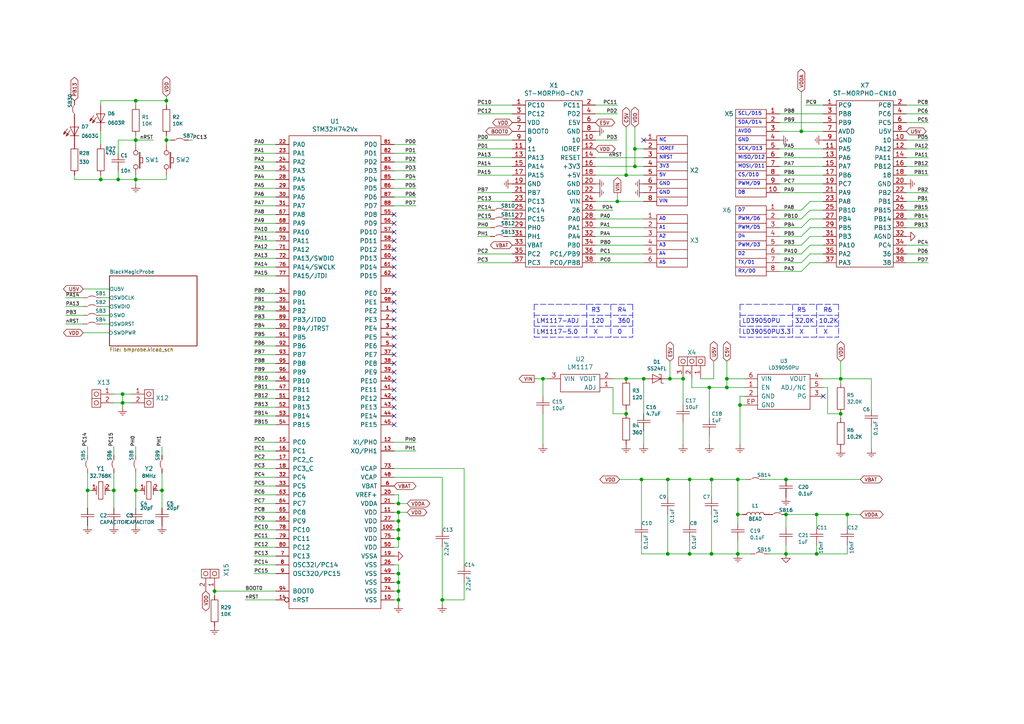
<source format=kicad_sch>
(kicad_sch (version 20231120) (generator "eeschema") (generator_version "8.0")
  (paper "A4")
  (title_block (title "Nuco-V. STM32-NUCLEO64 compatible board.") (rev "0.15"))
  (junction (at 115.57 148.59))
  (junction (at 186.055 139.065))
  (junction (at 227.965 160.655))
  (junction (at 181.61 109.855))
  (junction (at 200.025 139.065))
  (junction (at 210.82 112.395))
  (junction (at 213.995 149.225))
  (junction (at 227.965 139.065))
  (junction (at 214.63 117.475))
  (junction (at 48.26 29.21))
  (junction (at 115.57 173.99))
  (junction (at 236.855 160.655))
  (junction (at 232.41 38.1))
  (junction (at 39.37 52.07))
  (junction (at 35.56 116.84))
  (junction (at 194.31 109.855))
  (junction (at 200.025 160.655))
  (junction (at 39.37 40.64))
  (junction (at 46.99 142.24))
  (junction (at 181.61 120.015))
  (junction (at 39.37 142.24))
  (junction (at 227.965 149.225))
  (junction (at 115.57 168.91))
  (junction (at 115.57 151.13))
  (junction (at 115.57 153.67))
  (junction (at 213.995 139.065))
  (junction (at 48.26 40.64))
  (junction (at 33.02 142.24))
  (junction (at 245.745 149.225))
  (junction (at 186.69 109.855))
  (junction (at 115.57 146.05))
  (junction (at 115.57 156.21))
  (junction (at 205.74 112.395))
  (junction (at 157.48 109.855))
  (junction (at 34.29 52.07))
  (junction (at 115.57 166.37))
  (junction (at 62.23 171.45))
  (junction (at 128.27 173.99))
  (junction (at 236.855 149.225))
  (junction (at 193.675 160.655))
  (junction (at 25.4 142.24))
  (junction (at 181.61 50.8))
  (junction (at 198.12 109.855))
  (junction (at 39.37 29.21))
  (junction (at 115.57 171.45))
  (junction (at 243.84 109.855))
  (junction (at 35.56 114.3))
  (junction (at 184.15 43.18))
  (junction (at 210.82 109.855))
  (junction (at 213.995 160.655))
  (junction (at 206.375 139.065))
  (junction (at 193.675 139.065))
  (junction (at 29.21 52.07))
  (junction (at 243.84 120.015))
  (junction (at 179.07 58.42))
  (junction (at 206.375 160.655))
  (junction (at 184.15 48.26))
  (no_connect (at 114.3 64.77))
  (no_connect (at 114.3 62.23))
  (no_connect (at 114.3 118.11))
  (no_connect (at 114.3 69.85))
  (no_connect (at 186.69 40.64))
  (no_connect (at 114.3 105.41))
  (no_connect (at 238.76 114.935))
  (no_connect (at 114.3 123.19))
  (no_connect (at 114.3 74.93))
  (no_connect (at 114.3 67.31))
  (no_connect (at 114.3 113.03))
  (no_connect (at 114.3 102.87))
  (no_connect (at 114.3 80.01))
  (no_connect (at 114.3 90.17))
  (no_connect (at 114.3 100.33))
  (no_connect (at 114.3 107.95))
  (no_connect (at 114.3 115.57))
  (no_connect (at 114.3 110.49))
  (no_connect (at 114.3 97.79))
  (no_connect (at 114.3 92.71))
  (no_connect (at 114.3 72.39))
  (no_connect (at 114.3 77.47))
  (no_connect (at 114.3 120.65))
  (no_connect (at 114.3 95.25))
  (no_connect (at 114.3 85.09))
  (no_connect (at 114.3 87.63))
  (wire (pts (xy 186.055 160.655) (xy 186.055 156.845)))
  (wire (pts (xy 39.37 147.32) (xy 39.37 142.24)))
  (wire (pts (xy 234.95 73.66) (xy 232.41 76.2)))
  (wire (pts (xy 114.3 171.45) (xy 115.57 171.45)))
  (wire (pts (xy 177.8 112.395) (xy 177.8 120.015)))
  (wire (pts (xy 29.21 50.8) (xy 29.21 52.07)))
  (wire (pts (xy 114.3 44.45) (xy 120.65 44.45)))
  (polyline (pts (xy 236.855 88.265) (xy 236.855 97.79)) (stroke (width 0) (type dash)))
  (wire (pts (xy 200.66 109.855) (xy 200.66 112.395)))
  (wire (pts (xy 238.76 71.12) (xy 234.95 71.12)))
  (wire (pts (xy 80.01 49.53) (xy 73.66 49.53)))
  (wire (pts (xy 48.26 52.07) (xy 48.26 50.8)))
  (wire (pts (xy 80.01 146.05) (xy 73.66 146.05)))
  (wire (pts (xy 24.13 91.44) (xy 19.05 91.44)))
  (wire (pts (xy 142.24 60.96) (xy 138.43 60.96)))
  (wire (pts (xy 147.32 68.58) (xy 148.59 68.58)))
  (wire (pts (xy 262.89 73.66) (xy 269.24 73.66)))
  (wire (pts (xy 234.95 76.2) (xy 232.41 78.74)))
  (wire (pts (xy 46.99 132.08) (xy 46.99 129.54)))
  (wire (pts (xy 213.995 139.065) (xy 213.995 149.225)))
  (wire (pts (xy 236.855 160.655) (xy 245.745 160.655)))
  (wire (pts (xy 80.01 87.63) (xy 73.66 87.63)))
  (wire (pts (xy 193.675 149.225) (xy 193.675 160.655)))
  (wire (pts (xy 213.995 160.655) (xy 206.375 160.655)))
  (wire (pts (xy 147.32 60.96) (xy 148.59 60.96)))
  (wire (pts (xy 186.69 125.095) (xy 186.69 128.905)))
  (wire (pts (xy 240.03 112.395) (xy 240.03 120.015)))
  (wire (pts (xy 226.06 33.02) (xy 238.76 33.02)))
  (polyline (pts (xy 177.165 88.265) (xy 177.165 97.79)) (stroke (width 0) (type dash)))
  (wire (pts (xy 210.82 109.855) (xy 210.82 112.395)))
  (wire (pts (xy 186.055 139.065) (xy 193.675 139.065)))
  (wire (pts (xy 238.76 73.66) (xy 234.95 73.66)))
  (polyline (pts (xy 243.205 88.265) (xy 243.205 97.79)) (stroke (width 0) (type dash)))
  (wire (pts (xy 148.59 58.42) (xy 138.43 58.42)))
  (wire (pts (xy 80.01 163.83) (xy 73.66 163.83)))
  (polyline (pts (xy 183.515 88.265) (xy 154.94 88.265)) (stroke (width 0) (type dash)))
  (wire (pts (xy 206.375 139.065) (xy 213.995 139.065)))
  (wire (pts (xy 194.31 109.855) (xy 198.12 109.855)))
  (wire (pts (xy 25.4 137.16) (xy 25.4 142.24)))
  (wire (pts (xy 232.41 38.1) (xy 232.41 26.67)))
  (wire (pts (xy 186.055 151.765) (xy 186.055 139.065)))
  (wire (pts (xy 172.72 58.42) (xy 179.07 58.42)))
  (wire (pts (xy 134.62 163.83) (xy 134.62 135.89)))
  (wire (pts (xy 262.89 76.2) (xy 269.24 76.2)))
  (wire (pts (xy 142.24 63.5) (xy 138.43 63.5)))
  (wire (pts (xy 80.01 128.27) (xy 73.66 128.27)))
  (wire (pts (xy 245.745 149.225) (xy 236.855 149.225)))
  (wire (pts (xy 114.3 130.81) (xy 120.65 130.81)))
  (wire (pts (xy 80.01 105.41) (xy 73.66 105.41)))
  (polyline (pts (xy 214.63 97.79) (xy 243.205 97.79)) (stroke (width 0) (type dash)))
  (wire (pts (xy 114.3 135.89) (xy 134.62 135.89)))
  (wire (pts (xy 205.74 112.395) (xy 210.82 112.395)))
  (wire (pts (xy 115.57 168.91) (xy 115.57 171.45)))
  (wire (pts (xy 80.01 72.39) (xy 73.66 72.39)))
  (wire (pts (xy 147.32 66.04) (xy 148.59 66.04)))
  (wire (pts (xy 114.3 168.91) (xy 115.57 168.91)))
  (wire (pts (xy 80.01 113.03) (xy 73.66 113.03)))
  (wire (pts (xy 80.01 90.17) (xy 73.66 90.17)))
  (wire (pts (xy 49.53 40.64) (xy 48.26 40.64)))
  (polyline (pts (xy 154.94 97.79) (xy 183.515 97.79)) (stroke (width 0) (type dash)))
  (wire (pts (xy 114.3 46.99) (xy 120.65 46.99)))
  (wire (pts (xy 184.15 43.18) (xy 184.15 48.26)))
  (wire (pts (xy 39.37 40.64) (xy 39.37 41.91)))
  (wire (pts (xy 33.02 147.32) (xy 33.02 142.24)))
  (wire (pts (xy 142.24 66.04) (xy 138.43 66.04)))
  (wire (pts (xy 245.745 160.655) (xy 245.745 158.115)))
  (polyline (pts (xy 183.515 88.265) (xy 183.515 97.79)) (stroke (width 0) (type dash)))
  (wire (pts (xy 29.21 52.07) (xy 34.29 52.07)))
  (wire (pts (xy 114.3 166.37) (xy 115.57 166.37)))
  (wire (pts (xy 234.95 71.12) (xy 232.41 73.66)))
  (wire (pts (xy 80.01 44.45) (xy 73.66 44.45)))
  (wire (pts (xy 80.01 59.69) (xy 73.66 59.69)))
  (wire (pts (xy 80.01 115.57) (xy 73.66 115.57)))
  (wire (pts (xy 115.57 148.59) (xy 118.11 148.59)))
  (wire (pts (xy 35.56 116.84) (xy 35.56 118.11)))
  (wire (pts (xy 39.37 137.16) (xy 39.37 142.24)))
  (wire (pts (xy 181.61 118.745) (xy 181.61 120.015)))
  (wire (pts (xy 21.59 52.07) (xy 21.59 50.8)))
  (wire (pts (xy 172.72 40.64) (xy 179.07 40.64)))
  (wire (pts (xy 206.375 149.225) (xy 206.375 160.655)))
  (wire (pts (xy 46.99 147.32) (xy 46.99 142.24)))
  (wire (pts (xy 172.72 63.5) (xy 186.69 63.5)))
  (wire (pts (xy 142.24 68.58) (xy 138.43 68.58)))
  (wire (pts (xy 115.57 166.37) (xy 115.57 168.91)))
  (polyline (pts (xy 214.63 88.265) (xy 214.63 97.79)) (stroke (width 0) (type dash)))
  (wire (pts (xy 238.76 35.56) (xy 226.06 35.56)))
  (wire (pts (xy 114.3 143.51) (xy 115.57 143.51)))
  (wire (pts (xy 148.59 55.88) (xy 138.43 55.88)))
  (wire (pts (xy 158.75 109.855) (xy 157.48 109.855)))
  (wire (pts (xy 29.21 29.21) (xy 29.21 30.48)))
  (wire (pts (xy 213.995 149.225) (xy 215.265 149.225)))
  (wire (pts (xy 200.025 156.845) (xy 200.025 160.655)))
  (wire (pts (xy 115.57 148.59) (xy 114.3 148.59)))
  (wire (pts (xy 227.965 139.065) (xy 249.555 139.065)))
  (wire (pts (xy 80.01 74.93) (xy 73.66 74.93)))
  (wire (pts (xy 48.26 40.64) (xy 48.26 41.91)))
  (wire (pts (xy 80.01 80.01) (xy 73.66 80.01)))
  (wire (pts (xy 232.41 76.2) (xy 226.06 76.2)))
  (wire (pts (xy 33.02 116.84) (xy 35.56 116.84)))
  (wire (pts (xy 157.48 109.855) (xy 157.48 114.935)))
  (wire (pts (xy 240.03 112.395) (xy 238.76 112.395)))
  (wire (pts (xy 181.61 109.855) (xy 186.69 109.855)))
  (wire (pts (xy 243.84 120.015) (xy 243.84 121.285)))
  (wire (pts (xy 48.26 29.21) (xy 48.26 27.94)))
  (wire (pts (xy 172.72 66.04) (xy 186.69 66.04)))
  (wire (pts (xy 80.01 92.71) (xy 73.66 92.71)))
  (wire (pts (xy 206.375 144.145) (xy 206.375 139.065)))
  (wire (pts (xy 114.3 52.07) (xy 120.65 52.07)))
  (polyline (pts (xy 154.94 91.44) (xy 183.515 91.44)) (stroke (width 0) (type dash)))
  (wire (pts (xy 236.855 153.035) (xy 236.855 149.225)))
  (wire (pts (xy 115.57 156.21) (xy 115.57 153.67)))
  (wire (pts (xy 249.555 149.225) (xy 245.745 149.225)))
  (wire (pts (xy 214.63 114.935) (xy 214.63 117.475)))
  (wire (pts (xy 232.41 60.96) (xy 226.06 60.96)))
  (wire (pts (xy 29.21 29.21) (xy 39.37 29.21)))
  (wire (pts (xy 114.3 138.43) (xy 128.27 138.43)))
  (wire (pts (xy 234.95 60.96) (xy 232.41 63.5)))
  (wire (pts (xy 24.13 93.98) (xy 19.05 93.98)))
  (wire (pts (xy 252.73 118.745) (xy 252.73 109.855)))
  (wire (pts (xy 128.27 175.26) (xy 128.27 173.99)))
  (wire (pts (xy 80.01 46.99) (xy 73.66 46.99)))
  (wire (pts (xy 227.965 158.115) (xy 227.965 160.655)))
  (wire (pts (xy 148.59 43.18) (xy 138.43 43.18)))
  (wire (pts (xy 200.025 139.065) (xy 200.025 151.765)))
  (wire (pts (xy 232.41 68.58) (xy 226.06 68.58)))
  (wire (pts (xy 48.26 39.37) (xy 48.26 40.64)))
  (wire (pts (xy 39.37 52.07) (xy 34.29 52.07)))
  (wire (pts (xy 114.3 57.15) (xy 120.65 57.15)))
  (wire (pts (xy 148.59 40.64) (xy 138.43 40.64)))
  (wire (pts (xy 114.3 54.61) (xy 120.65 54.61)))
  (wire (pts (xy 80.01 151.13) (xy 73.66 151.13)))
  (wire (pts (xy 213.995 149.225) (xy 213.995 151.765)))
  (wire (pts (xy 73.66 57.15) (xy 80.01 57.15)))
  (wire (pts (xy 234.95 58.42) (xy 232.41 60.96)))
  (wire (pts (xy 172.72 60.96) (xy 177.8 60.96)))
  (wire (pts (xy 269.24 48.26) (xy 262.89 48.26)))
  (wire (pts (xy 114.3 173.99) (xy 115.57 173.99)))
  (wire (pts (xy 238.76 55.88) (xy 226.06 55.88)))
  (wire (pts (xy 232.41 63.5) (xy 226.06 63.5)))
  (wire (pts (xy 31.75 91.44) (xy 29.21 91.44)))
  (wire (pts (xy 115.57 143.51) (xy 115.57 146.05)))
  (wire (pts (xy 232.41 38.1) (xy 226.06 38.1)))
  (wire (pts (xy 80.01 153.67) (xy 73.66 153.67)))
  (wire (pts (xy 215.9 117.475) (xy 214.63 117.475)))
  (wire (pts (xy 80.01 110.49) (xy 73.66 110.49)))
  (wire (pts (xy 194.31 104.775) (xy 194.31 109.855)))
  (wire (pts (xy 193.675 139.065) (xy 200.025 139.065)))
  (wire (pts (xy 148.59 33.02) (xy 138.43 33.02)))
  (wire (pts (xy 172.72 33.02) (xy 179.07 33.02)))
  (wire (pts (xy 48.26 29.21) (xy 48.26 30.48)))
  (wire (pts (xy 262.89 33.02) (xy 269.24 33.02)))
  (wire (pts (xy 147.32 63.5) (xy 148.59 63.5)))
  (wire (pts (xy 262.89 30.48) (xy 269.24 30.48)))
  (wire (pts (xy 80.01 64.77) (xy 73.66 64.77)))
  (wire (pts (xy 240.03 120.015) (xy 243.84 120.015)))
  (wire (pts (xy 238.76 30.48) (xy 233.68 30.48)))
  (wire (pts (xy 262.89 71.12) (xy 269.24 71.12)))
  (wire (pts (xy 262.89 63.5) (xy 269.24 63.5)))
  (wire (pts (xy 214.63 117.475) (xy 214.63 128.905)))
  (wire (pts (xy 115.57 163.83) (xy 115.57 166.37)))
  (wire (pts (xy 177.8 109.855) (xy 181.61 109.855)))
  (wire (pts (xy 179.705 139.065) (xy 186.055 139.065)))
  (wire (pts (xy 210.82 104.775) (xy 210.82 109.855)))
  (wire (pts (xy 24.13 88.9) (xy 19.05 88.9)))
  (wire (pts (xy 238.76 43.18) (xy 226.06 43.18)))
  (wire (pts (xy 238.76 58.42) (xy 234.95 58.42)))
  (wire (pts (xy 114.3 156.21) (xy 115.57 156.21)))
  (wire (pts (xy 238.76 76.2) (xy 234.95 76.2)))
  (wire (pts (xy 80.01 173.99) (xy 71.12 173.99)))
  (wire (pts (xy 232.41 71.12) (xy 226.06 71.12)))
  (wire (pts (xy 31.75 83.82) (xy 24.13 83.82)))
  (wire (pts (xy 128.27 153.67) (xy 128.27 138.43)))
  (wire (pts (xy 115.57 146.05) (xy 118.11 146.05)))
  (wire (pts (xy 80.01 100.33) (xy 73.66 100.33)))
  (wire (pts (xy 172.72 71.12) (xy 186.69 71.12)))
  (wire (pts (xy 114.3 158.75) (xy 115.57 158.75)))
  (wire (pts (xy 115.57 153.67) (xy 115.57 151.13)))
  (wire (pts (xy 73.66 102.87) (xy 80.01 102.87)))
  (wire (pts (xy 236.855 149.225) (xy 227.965 149.225)))
  (wire (pts (xy 207.01 104.775) (xy 207.01 109.855)))
  (wire (pts (xy 148.59 45.72) (xy 138.43 45.72)))
  (wire (pts (xy 115.57 151.13) (xy 115.57 148.59)))
  (wire (pts (xy 238.76 68.58) (xy 234.95 68.58)))
  (wire (pts (xy 39.37 53.34) (xy 39.37 52.07)))
  (wire (pts (xy 245.745 153.035) (xy 245.745 149.225)))
  (wire (pts (xy 21.59 52.07) (xy 29.21 52.07)))
  (wire (pts (xy 25.4 142.24) (xy 26.67 142.24)))
  (wire (pts (xy 115.57 158.75) (xy 115.57 156.21)))
  (wire (pts (xy 80.01 138.43) (xy 73.66 138.43)))
  (wire (pts (xy 38.1 114.3) (xy 35.56 114.3)))
  (wire (pts (xy 39.37 129.54) (xy 39.37 132.08)))
  (wire (pts (xy 33.02 137.16) (xy 33.02 142.24)))
  (wire (pts (xy 172.72 45.72) (xy 186.69 45.72)))
  (wire (pts (xy 198.12 122.555) (xy 198.12 128.905)))
  (wire (pts (xy 148.59 48.26) (xy 138.43 48.26)))
  (wire (pts (xy 46.99 142.24) (xy 45.72 142.24)))
  (wire (pts (xy 80.01 67.31) (xy 73.66 67.31)))
  (wire (pts (xy 262.89 66.04) (xy 269.24 66.04)))
  (wire (pts (xy 114.3 128.27) (xy 120.65 128.27)))
  (wire (pts (xy 232.41 73.66) (xy 226.06 73.66)))
  (wire (pts (xy 80.01 85.09) (xy 73.66 85.09)))
  (wire (pts (xy 128.27 158.75) (xy 128.27 173.99)))
  (wire (pts (xy 221.615 139.065) (xy 227.965 139.065)))
  (wire (pts (xy 80.01 120.65) (xy 73.66 120.65)))
  (wire (pts (xy 80.01 135.89) (xy 73.66 135.89)))
  (polyline (pts (xy 170.18 88.265) (xy 170.18 97.79)) (stroke (width 0) (type dash)))
  (wire (pts (xy 232.41 66.04) (xy 226.06 66.04)))
  (wire (pts (xy 39.37 39.37) (xy 39.37 40.64)))
  (wire (pts (xy 80.01 158.75) (xy 73.66 158.75)))
  (wire (pts (xy 114.3 151.13) (xy 115.57 151.13)))
  (wire (pts (xy 114.3 59.69) (xy 120.65 59.69)))
  (wire (pts (xy 262.89 58.42) (xy 269.24 58.42)))
  (wire (pts (xy 234.95 68.58) (xy 232.41 71.12)))
  (wire (pts (xy 269.24 55.88) (xy 262.89 55.88)))
  (wire (pts (xy 80.01 97.79) (xy 73.66 97.79)))
  (wire (pts (xy 262.89 35.56) (xy 269.24 35.56)))
  (wire (pts (xy 200.66 112.395) (xy 205.74 112.395)))
  (wire (pts (xy 172.72 73.66) (xy 186.69 73.66)))
  (wire (pts (xy 238.76 45.72) (xy 226.06 45.72)))
  (wire (pts (xy 46.99 137.16) (xy 46.99 142.24)))
  (wire (pts (xy 80.01 52.07) (xy 73.66 52.07)))
  (wire (pts (xy 186.69 109.855) (xy 186.69 120.015)))
  (wire (pts (xy 34.29 44.45) (xy 34.29 40.64)))
  (wire (pts (xy 236.855 158.115) (xy 236.855 160.655)))
  (wire (pts (xy 172.72 76.2) (xy 186.69 76.2)))
  (wire (pts (xy 203.2 109.855) (xy 207.01 109.855)))
  (wire (pts (xy 238.76 63.5) (xy 234.95 63.5)))
  (wire (pts (xy 177.8 120.015) (xy 181.61 120.015)))
  (wire (pts (xy 234.95 63.5) (xy 232.41 66.04)))
  (wire (pts (xy 80.01 130.81) (xy 73.66 130.81)))
  (wire (pts (xy 33.02 132.08) (xy 33.02 129.54)))
  (wire (pts (xy 148.59 30.48) (xy 138.43 30.48)))
  (wire (pts (xy 172.72 68.58) (xy 186.69 68.58)))
  (wire (pts (xy 114.3 146.05) (xy 115.57 146.05)))
  (wire (pts (xy 215.9 114.935) (xy 214.63 114.935)))
  (wire (pts (xy 186.69 43.18) (xy 184.15 43.18)))
  (wire (pts (xy 114.3 153.67) (xy 115.57 153.67)))
  (wire (pts (xy 148.59 76.2) (xy 138.43 76.2)))
  (wire (pts (xy 200.025 160.655) (xy 193.675 160.655)))
  (wire (pts (xy 31.75 88.9) (xy 29.21 88.9)))
  (wire (pts (xy 33.02 142.24) (xy 31.75 142.24)))
  (wire (pts (xy 262.89 40.64) (xy 269.24 40.64)))
  (wire (pts (xy 243.84 111.125) (xy 243.84 109.855)))
  (wire (pts (xy 215.9 112.395) (xy 210.82 112.395)))
  (wire (pts (xy 80.01 77.47) (xy 73.66 77.47)))
  (wire (pts (xy 80.01 118.11) (xy 73.66 118.11)))
  (wire (pts (xy 148.59 73.66) (xy 138.43 73.66)))
  (wire (pts (xy 114.3 49.53) (xy 120.65 49.53)))
  (polyline (pts (xy 214.63 91.44) (xy 243.205 91.44)) (stroke (width 0) (type dash)))
  (wire (pts (xy 80.01 140.97) (xy 73.66 140.97)))
  (wire (pts (xy 114.3 163.83) (xy 115.57 163.83)))
  (wire (pts (xy 238.76 66.04) (xy 234.95 66.04)))
  (wire (pts (xy 238.76 50.8) (xy 226.06 50.8)))
  (wire (pts (xy 39.37 40.64) (xy 44.45 40.64)))
  (wire (pts (xy 148.59 50.8) (xy 138.43 50.8)))
  (wire (pts (xy 35.56 116.84) (xy 35.56 114.3)))
  (wire (pts (xy 80.01 62.23) (xy 73.66 62.23)))
  (wire (pts (xy 227.965 149.225) (xy 227.965 153.035)))
  (wire (pts (xy 172.72 50.8) (xy 181.61 50.8)))
  (wire (pts (xy 39.37 50.8) (xy 39.37 52.07)))
  (wire (pts (xy 232.41 78.74) (xy 226.06 78.74)))
  (wire (pts (xy 193.675 160.655) (xy 186.055 160.655)))
  (wire (pts (xy 157.48 109.855) (xy 154.94 109.855)))
  (wire (pts (xy 198.12 117.475) (xy 198.12 109.855)))
  (wire (pts (xy 238.76 38.1) (xy 232.41 38.1)))
  (wire (pts (xy 34.29 52.07) (xy 34.29 49.53)))
  (wire (pts (xy 39.37 52.07) (xy 48.26 52.07)))
  (polyline (pts (xy 229.87 88.265) (xy 229.87 97.79)) (stroke (width 0) (type dash)))
  (wire (pts (xy 217.805 160.655) (xy 213.995 160.655)))
  (wire (pts (xy 172.72 48.26) (xy 184.15 48.26)))
  (wire (pts (xy 39.37 30.48) (xy 39.37 29.21)))
  (wire (pts (xy 31.75 96.52) (xy 24.13 96.52)))
  (wire (pts (xy 31.75 93.98) (xy 29.21 93.98)))
  (wire (pts (xy 252.73 123.825) (xy 252.73 130.175)))
  (wire (pts (xy 184.15 48.26) (xy 186.69 48.26)))
  (wire (pts (xy 269.24 50.8) (xy 262.89 50.8)))
  (wire (pts (xy 39.37 29.21) (xy 48.26 29.21)))
  (wire (pts (xy 243.84 109.855) (xy 238.76 109.855)))
  (polyline (pts (xy 214.63 94.615) (xy 243.205 94.615)) (stroke (width 0) (type dash)))
  (wire (pts (xy 24.13 86.36) (xy 19.05 86.36)))
  (wire (pts (xy 193.675 144.145) (xy 193.675 139.065)))
  (wire (pts (xy 181.61 36.83) (xy 181.61 50.8)))
  (wire (pts (xy 80.01 143.51) (xy 73.66 143.51)))
  (wire (pts (xy 39.37 142.24) (xy 40.64 142.24)))
  (wire (pts (xy 80.01 123.19) (xy 73.66 123.19)))
  (wire (pts (xy 216.535 139.065) (xy 213.995 139.065)))
  (wire (pts (xy 80.01 41.91) (xy 73.66 41.91)))
  (wire (pts (xy 115.57 171.45) (xy 115.57 173.99)))
  (wire (pts (xy 262.89 60.96) (xy 269.24 60.96)))
  (wire (pts (xy 252.73 109.855) (xy 243.84 109.855)))
  (wire (pts (xy 184.15 43.18) (xy 184.15 36.83)))
  (wire (pts (xy 128.27 173.99) (xy 134.62 173.99)))
  (wire (pts (xy 227.965 160.655) (xy 236.855 160.655)))
  (wire (pts (xy 80.01 54.61) (xy 73.66 54.61)))
  (wire (pts (xy 25.4 147.32) (xy 25.4 142.24)))
  (polyline (pts (xy 243.205 88.265) (xy 214.63 88.265)) (stroke (width 0) (type dash)))
  (polyline (pts (xy 154.94 94.615) (xy 183.515 94.615)) (stroke (width 0) (type dash)))
  (wire (pts (xy 38.1 116.84) (xy 35.56 116.84)))
  (wire (pts (xy 80.01 148.59) (xy 73.66 148.59)))
  (wire (pts (xy 243.84 109.855) (xy 243.84 104.775)))
  (wire (pts (xy 181.61 50.8) (xy 186.69 50.8)))
  (wire (pts (xy 54.61 40.64) (xy 55.88 40.64)))
  (wire (pts (xy 172.72 30.48) (xy 179.07 30.48)))
  (wire (pts (xy 25.4 132.08) (xy 25.4 129.54)))
  (wire (pts (xy 234.95 66.04) (xy 232.41 68.58)))
  (wire (pts (xy 206.375 160.655) (xy 200.025 160.655)))
  (wire (pts (xy 62.23 172.72) (xy 62.23 171.45)))
  (wire (pts (xy 29.21 38.1) (xy 29.21 41.91)))
  (wire (pts (xy 269.24 45.72) (xy 262.89 45.72)))
  (wire (pts (xy 80.01 69.85) (xy 73.66 69.85)))
  (wire (pts (xy 205.74 126.365) (xy 205.74 128.905)))
  (wire (pts (xy 213.995 160.655) (xy 213.995 156.845)))
  (wire (pts (xy 115.57 173.99) (xy 115.57 175.26)))
  (wire (pts (xy 33.02 114.3) (xy 35.56 114.3)))
  (wire (pts (xy 179.07 55.88) (xy 179.07 58.42)))
  (wire (pts (xy 205.74 112.395) (xy 205.74 121.285)))
  (wire (pts (xy 238.76 48.26) (xy 226.06 48.26)))
  (wire (pts (xy 80.01 95.25) (xy 73.66 95.25)))
  (wire (pts (xy 80.01 161.29) (xy 73.66 161.29)))
  (wire (pts (xy 200.025 139.065) (xy 206.375 139.065)))
  (wire (pts (xy 222.885 160.655) (xy 227.965 160.655)))
  (wire (pts (xy 262.89 43.18) (xy 269.24 43.18)))
  (wire (pts (xy 215.9 109.855) (xy 210.82 109.855)))
  (wire (pts (xy 238.76 53.34) (xy 226.06 53.34)))
  (wire (pts (xy 238.76 60.96) (xy 234.95 60.96)))
  (wire (pts (xy 31.75 86.36) (xy 29.21 86.36)))
  (wire (pts (xy 62.23 171.45) (xy 80.01 171.45)))
  (wire (pts (xy 80.01 156.21) (xy 73.66 156.21)))
  (wire (pts (xy 80.01 107.95) (xy 73.66 107.95)))
  (wire (pts (xy 80.01 133.35) (xy 73.66 133.35)))
  (wire (pts (xy 114.3 41.91) (xy 120.65 41.91)))
  (wire (pts (xy 134.62 173.99) (xy 134.62 168.91)))
  (wire (pts (xy 157.48 120.015) (xy 157.48 128.905)))
  (wire (pts (xy 80.01 166.37) (xy 73.66 166.37)))
  (wire (pts (xy 34.29 40.64) (xy 39.37 40.64)))
  (wire (pts (xy 179.07 58.42) (xy 186.69 58.42)))
  (polyline (pts (xy 154.94 88.265) (xy 154.94 97.79)) (stroke (width 0) (type dash)))
  (text "MOSI/D11" (at 213.995 48.895 0) (effects (font (size 1.016 1.016)) (justify left bottom)))
  (text "IOREF" (at 191.135 43.815 0) (effects (font (size 1.016 1.016)) (justify left bottom)))
  (text "SDA/D14" (at 213.995 36.195 0) (effects (font (size 1.016 1.016)) (justify left bottom)))
  (text "PWM/D3" (at 213.995 71.755 0) (effects (font (size 1.016 1.016)) (justify left bottom)))
  (text "NC" (at 191.135 41.275 0) (effects (font (size 1.016 1.016)) (justify left bottom)))
  (text "MISO/D12" (at 213.995 46.355 0) (effects (font (size 1.016 1.016)) (justify left bottom)))
  (text "D4" (at 213.995 69.215 0) (effects (font (size 1.016 1.016)) (justify left bottom)))
  (text "SCL/D15" (at 213.995 33.655 0) (effects (font (size 1.016 1.016)) (justify left bottom)))
  (text "D8" (at 213.995 56.515 0) (effects (font (size 1.016 1.016)) (justify left bottom)))
  (text "A0" (at 191.135 64.135 0) (effects (font (size 1.016 1.016)) (justify left bottom)))
  (text "LD39050PU" (at 215.265 93.98 0) (effects (font (size 1.27 1.27)) (justify left bottom)))
  (text "R3" (at 171.45 90.805 0) (effects (font (size 1.27 1.27)) (justify left bottom)))
  (text "GND" (at 191.135 53.975 0) (effects (font (size 1.016 1.016)) (justify left bottom)))
  (text "R5" (at 231.14 90.805 0) (effects (font (size 1.27 1.27)) (justify left bottom)))
  (text "0" (at 179.07 97.155 0) (effects (font (size 1.27 1.27)) (justify left bottom)))
  (text "GND" (at 191.135 56.515 0) (effects (font (size 1.016 1.016)) (justify left bottom)))
  (text "RX/D0" (at 213.995 79.375 0) (effects (font (size 1.016 1.016)) (justify left bottom)))
  (text "10.2K" (at 237.49 93.98 0) (effects (font (size 1.27 1.27)) (justify left bottom)))
  (text "VIN" (at 191.135 59.055 0) (effects (font (size 1.016 1.016)) (justify left bottom)))
  (text "D7" (at 213.995 61.595 0) (effects (font (size 1.016 1.016)) (justify left bottom)))
  (text "SCK/D13" (at 213.995 43.815 0) (effects (font (size 1.016 1.016)) (justify left bottom)))
  (text "AVDD" (at 213.995 38.735 0) (effects (font (size 1.016 1.016)) (justify left bottom)))
  (text "360" (at 179.07 93.98 0) (effects (font (size 1.27 1.27)) (justify left bottom)))
  (text "5V" (at 191.135 51.435 0) (effects (font (size 1.016 1.016)) (justify left bottom)))
  (text "R6" (at 238.76 90.805 0) (effects (font (size 1.27 1.27)) (justify left bottom)))
  (text "TX/D1" (at 213.995 76.835 0) (effects (font (size 1.016 1.016)) (justify left bottom)))
  (text "D2" (at 213.995 74.295 0) (effects (font (size 1.016 1.016)) (justify left bottom)))
  (text "R4" (at 179.07 90.805 0) (effects (font (size 1.27 1.27)) (justify left bottom)))
  (text "A1" (at 191.135 66.675 0) (effects (font (size 1.016 1.016)) (justify left bottom)))
  (text "LM1117-ADJ" (at 155.575 93.98 0) (effects (font (size 1.27 1.27)) (justify left bottom)))
  (text "CS/D10" (at 213.995 51.435 0) (effects (font (size 1.016 1.016)) (justify left bottom)))
  (text "A4" (at 191.135 74.295 0) (effects (font (size 1.016 1.016)) (justify left bottom)))
  (text "PWM/D5" (at 213.995 66.675 0) (effects (font (size 1.016 1.016)) (justify left bottom)))
  (text "LM1117-5.0" (at 155.575 97.155 0) (effects (font (size 1.27 1.27)) (justify left bottom)))
  (text "GND" (at 213.995 41.275 0) (effects (font (size 1.016 1.016)) (justify left bottom)))
  (text "PWM/D9" (at 213.995 53.975 0) (effects (font (size 1.016 1.016)) (justify left bottom)))
  (text "NRST" (at 191.135 46.355 0) (effects (font (size 1.016 1.016)) (justify left bottom)))
  (text "32.0K" (at 230.505 93.98 0) (effects (font (size 1.27 1.27)) (justify left bottom)))
  (text "A2" (at 191.135 69.215 0) (effects (font (size 1.016 1.016)) (justify left bottom)))
  (text "120" (at 171.45 93.98 0) (effects (font (size 1.27 1.27)) (justify left bottom)))
  (text "X" (at 238.76 97.155 0) (effects (font (size 1.27 1.27)) (justify left bottom)))
  (text "LD39050PU3.3" (at 215.265 97.155 0) (effects (font (size 1.27 1.27)) (justify left bottom)))
  (text "X" (at 172.085 97.155 0) (effects (font (size 1.27 1.27)) (justify left bottom)))
  (text "X" (at 231.775 97.155 0) (effects (font (size 1.27 1.27)) (justify left bottom)))
  (text "A5" (at 191.135 76.835 0) (effects (font (size 1.016 1.016)) (justify left bottom)))
  (text "PWM/D6" (at 213.995 64.135 0) (effects (font (size 1.016 1.016)) (justify left bottom)))
  (text "3V3" (at 191.135 48.895 0) (effects (font (size 1.016 1.016)) (justify left bottom)))
  (text "A3" (at 191.135 71.755 0) (effects (font (size 1.016 1.016)) (justify left bottom)))
  (label "PB13" (at 269.24 66.04 180) (effects (font (size 1.016 1.016))))
  (label "PA1" (at 173.99 66.04 0) (effects (font (size 1.016 1.016))))
  (label "PA0" (at 73.66 41.91 0) (effects (font (size 1.016 1.016))))
  (label "PC9" (at 233.68 30.48 0) (effects (font (size 1.016 1.016))))
  (label "PB8" (at 227.33 33.02 0) (effects (font (size 1.016 1.016))))
  (label "PB7" (at 138.43 55.88 0) (effects (font (size 1.016 1.016))))
  (label "PB3" (at 19.05 91.44 0) (effects (font (size 1.016 1.016))))
  (label "PB7" (at 73.66 102.87 0) (effects (font (size 1.016 1.016))))
  (label "PC15" (at 138.43 63.5 0) (effects (font (size 1.016 1.016))))
  (label "PC11" (at 179.07 30.48 180) (effects (font (size 1.016 1.016))))
  (label "PC3" (at 138.43 76.2 0) (effects (font (size 1.016 1.016))))
  (label "PB15" (at 73.66 123.19 0) (effects (font (size 1.016 1.016))))
  (label "PA12" (at 73.66 72.39 0) (effects (font (size 1.016 1.016))))
  (label "PA6" (at 73.66 57.15 0) (effects (font (size 1.016 1.016))))
  (label "PC14" (at 138.43 60.96 0) (effects (font (size 1.016 1.016))))
  (label "PA2" (at 227.33 76.2 0) (effects (font (size 1.016 1.016))))
  (label "PC3" (at 73.66 135.89 0) (effects (font (size 1.016 1.016))))
  (label "PA4" (at 173.99 68.58 0) (effects (font (size 1.016 1.016))))
  (label "PC13" (at 138.43 58.42 0) (effects (font (size 1.016 1.016))))
  (label "PD1" (at 138.43 43.18 0) (effects (font (size 1.016 1.016))))
  (label "PC6" (at 73.66 143.51 0) (effects (font (size 1.016 1.016))))
  (label "PH1" (at 138.43 68.58 0) (effects (font (size 1.016 1.016))))
  (label "PA3" (at 227.33 78.74 0) (effects (font (size 1.016 1.016))))
  (label "PB1" (at 269.24 58.42 180) (effects (font (size 1.016 1.016))))
  (label "PB10" (at 227.33 63.5 0) (effects (font (size 1.016 1.016))))
  (label "PA12" (at 269.24 43.18 180) (effects (font (size 1.016 1.016))))
  (label "PC8" (at 269.24 30.48 180) (effects (font (size 1.016 1.016))))
  (label "PA5" (at 227.33 43.18 0) (effects (font (size 1.016 1.016))))
  (label "PB0" (at 173.99 71.12 0) (effects (font (size 1.016 1.016))))
  (label "PA7" (at 227.33 48.26 0) (effects (font (size 1.016 1.016))))
  (label "PC14" (at 73.66 163.83 0) (effects (font (size 1.016 1.016))))
  (label "PD3" (at 179.07 40.64 180) (effects (font (size 1.016 1.016))))
  (label "nRST" (at 44.45 40.64 180) (effects (font (size 1.016 1.016))))
  (label "PA5" (at 73.66 54.61 0) (effects (font (size 1.016 1.016))))
  (label "PB14" (at 73.66 120.65 0) (effects (font (size 1.016 1.016))))
  (label "nRST" (at 71.12 173.99 0) (effects (font (size 1.016 1.016))))
  (label "PA11" (at 73.66 69.85 0) (effects (font (size 1.016 1.016))))
  (label "PD3" (at 120.65 49.53 180) (effects (font (size 1.016 1.016))))
  (label "PC2" (at 73.66 133.35 0) (effects (font (size 1.016 1.016))))
  (label "PC7" (at 227.33 53.34 0) (effects (font (size 1.016 1.016))))
  (label "PC1" (at 73.66 130.81 0) (effects (font (size 1.016 1.016))))
  (label "PB0" (at 73.66 85.09 0) (effects (font (size 1.016 1.016))))
  (label "PA14" (at 138.43 48.26 0) (effects (font (size 1.016 1.016))))
  (label "PC2" (at 138.43 73.66 0) (effects (font (size 1.016 1.016))))
  (label "PD5" (at 120.65 54.61 180) (effects (font (size 1.016 1.016))))
  (label "PB9" (at 73.66 107.95 0) (effects (font (size 1.016 1.016))))
  (label "PD2" (at 120.65 46.99 180) (effects (font (size 1.016 1.016))))
  (label "PB9" (at 227.33 35.56 0) (effects (font (size 1.016 1.016))))
  (label "PB1" (at 73.66 87.63 0) (effects (font (size 1.016 1.016))))
  (label "PA4" (at 73.66 52.07 0) (effects (font (size 1.016 1.016))))
  (label "PD2" (at 179.07 33.02 180) (effects (font (size 1.016 1.016))))
  (label "nRST" (at 19.05 93.98 0) (effects (font (size 1.016 1.016))))
  (label "BOOT0" (at 71.12 171.45 0) (effects (font (size 1.016 1.016))))
  (label "PA6" (at 227.33 45.72 0) (effects (font (size 1.016 1.016))))
  (label "PB10" (at 73.66 110.49 0) (effects (font (size 1.016 1.016))))
  (label "PH0" (at 138.43 66.04 0) (effects (font (size 1.016 1.016))))
  (label "PB6" (at 73.66 100.33 0) (effects (font (size 1.016 1.016))))
  (label "PC10" (at 138.43 30.48 0) (effects (font (size 1.016 1.016))))
  (label "PA0" (at 173.99 63.5 0) (effects (font (size 1.016 1.016))))
  (label "PA10" (at 227.33 73.66 0) (effects (font (size 1.016 1.016))))
  (label "PC9" (at 73.66 151.13 0) (effects (font (size 1.016 1.016))))
  (label "PB4" (at 73.66 95.25 0) (effects (font (size 1.016 1.016))))
  (label "PA13" (at 19.05 88.9 0) (effects (font (size 1.016 1.016))))
  (label "PH0" (at 39.37 129.54 90) (effects (font (size 1.016 1.016))))
  (label "nRST" (at 176.53 45.72 0) (effects (font (size 1.016 1.016))))
  (label "PC15" (at 33.02 129.54 90) (effects (font (size 1.016 1.016))))
  (label "PA15" (at 138.43 50.8 0) (effects (font (size 1.016 1.016))))
  (label "PA9" (at 227.33 55.88 0) (effects (font (size 1.016 1.016))))
  (label "PC15" (at 73.66 166.37 0) (effects (font (size 1.016 1.016))))
  (label "PB12" (at 73.66 115.57 0) (effects (font (size 1.016 1.016))))
  (label "PC6" (at 269.24 33.02 180) (effects (font (size 1.016 1.016))))
  (label "PB5" (at 73.66 97.79 0) (effects (font (size 1.016 1.016))))
  (label "PB6" (at 227.33 50.8 0) (effects (font (size 1.016 1.016))))
  (label "PB11" (at 269.24 50.8 180) (effects (font (size 1.016 1.016))))
  (label "PC4" (at 269.24 71.12 180) (effects (font (size 1.016 1.016))))
  (label "PC13" (at 73.66 161.29 0) (effects (font (size 1.016 1.016))))
  (label "PD7" (at 269.24 76.2 180) (effects (font (size 1.016 1.016))))
  (label "PC0" (at 73.66 128.27 0) (effects (font (size 1.016 1.016))))
  (label "PD0" (at 120.65 41.91 180) (effects (font (size 1.016 1.016))))
  (label "PD6" (at 120.65 57.15 180) (effects (font (size 1.016 1.016))))
  (label "PC11" (at 73.66 156.21 0) (effects (font (size 1.016 1.016))))
  (label "PA7" (at 73.66 59.69 0) (effects (font (size 1.016 1.016))))
  (label "PB2" (at 269.24 55.88 180) (effects (font (size 1.016 1.016))))
  (label "PA13" (at 73.66 74.93 0) (effects (font (size 1.016 1.016))))
  (label "PC4" (at 73.66 138.43 0) (effects (font (size 1.016 1.016))))
  (label "PB4" (at 227.33 66.04 0) (effects (font (size 1.016 1.016))))
  (label "PB15" (at 269.24 60.96 180) (effects (font (size 1.016 1.016))))
  (label "PB3" (at 73.66 92.71 0) (effects (font (size 1.016 1.016))))
  (label "PH0" (at 120.65 128.27 180) (effects (font (size 1.016 1.016))))
  (label "PH1" (at 46.99 129.54 90) (effects (font (size 1.016 1.016))))
  (label "PD4" (at 120.65 52.07 180) (effects (font (size 1.016 1.016))))
  (label "PB3" (at 227.33 71.12 0) (effects (font (size 1.016 1.016))))
  (label "PB11" (at 73.66 113.03 0) (effects (font (size 1.016 1.016))))
  (label "PC12" (at 138.43 33.02 0) (effects (font (size 1.016 1.016))))
  (label "PC1" (at 173.99 73.66 0) (effects (font (size 1.016 1.016))))
  (label "PA10" (at 73.66 67.31 0) (effects (font (size 1.016 1.016))))
  (label "PC8" (at 73.66 148.59 0) (effects (font (size 1.016 1.016))))
  (label "PB14" (at 269.24 63.5 180) (effects (font (size 1.016 1.016))))
  (label "PA8" (at 73.66 62.23 0) (effects (font (size 1.016 1.016))))
  (label "PA8" (at 227.33 60.96 0) (effects (font (size 1.016 1.016))))
  (label "PB13" (at 73.66 118.11 0) (effects (font (size 1.016 1.016))))
  (label "PA13" (at 138.43 45.72 0) (effects (font (size 1.016 1.016))))
  (label "PC7" (at 73.66 146.05 0) (effects (font (size 1.016 1.016))))
  (label "PB12" (at 269.24 48.26 180) (effects (font (size 1.016 1.016))))
  (label "PD1" (at 120.65 44.45 180) (effects (font (size 1.016 1.016))))
  (label "PC12" (at 73.66 158.75 0) (effects (font (size 1.016 1.016))))
  (label "PA9" (at 73.66 64.77 0) (effects (font (size 1.016 1.016))))
  (label "PA11" (at 269.24 45.72 180) (effects (font (size 1.016 1.016))))
  (label "PB8" (at 73.66 105.41 0) (effects (font (size 1.016 1.016))))
  (label "PA1" (at 73.66 44.45 0) (effects (font (size 1.016 1.016))))
  (label "PC10" (at 73.66 153.67 0) (effects (font (size 1.016 1.016))))
  (label "PH1" (at 120.65 130.81 180) (effects (font (size 1.016 1.016))))
  (label "PD4" (at 177.8 60.96 180) (effects (font (size 1.016 1.016))))
  (label "PB5" (at 227.33 68.58 0) (effects (font (size 1.016 1.016))))
  (label "PD5" (at 269.24 40.64 180) (effects (font (size 1.016 1.016))))
  (label "PA2" (at 73.66 46.99 0) (effects (font (size 1.016 1.016))))
  (label "PD0" (at 138.43 40.64 0) (effects (font (size 1.016 1.016))))
  (label "PA14" (at 73.66 77.47 0) (effects (font (size 1.016 1.016))))
  (label "PA3" (at 73.66 49.53 0) (effects (font (size 1.016 1.016))))
  (label "PC13" (at 55.88 40.64 0) (effects (font (size 1.016 1.016))))
  (label "PD6" (at 269.24 73.66 180) (effects (font (size 1.016 1.016))))
  (label "PC0" (at 173.99 76.2 0) (effects (font (size 1.016 1.016))))
  (label "PA15" (at 73.66 80.01 0) (effects (font (size 1.016 1.016))))
  (label "PB2" (at 73.66 90.17 0) (effects (font (size 1.016 1.016))))
  (label "PC5" (at 73.66 140.97 0) (effects (font (size 1.016 1.016))))
  (label "PD7" (at 120.65 59.69 180) (effects (font (size 1.016 1.016))))
  (label "PC14" (at 25.4 129.54 90) (effects (font (size 1.016 1.016))))
  (label "PA14" (at 19.05 86.36 0) (effects (font (size 1.016 1.016))))
  (label "PC5" (at 269.24 35.56 180) (effects (font (size 1.016 1.016))))
  (global_label "U5V" (shape bidirectional) (at 24.13 83.82 180) (effects (font (size 1.016 1.016))) (property "Intersheetrefs" "${INTERSHEET_REFS}" (effects (hide yes))))
  (global_label "VIN" (shape output) (at 154.94 109.855 180) (effects (font (size 1.016 1.016))) (property "Intersheetrefs" "${INTERSHEET_REFS}" (effects (hide yes))))
  (global_label "PB13" (shape bidirectional) (at 21.59 29.21 90) (effects (font (size 1.016 1.016))) (property "Intersheetrefs" "${INTERSHEET_REFS}" (effects (hide yes))))
  (global_label "VDDA" (shape bidirectional) (at 249.555 149.225 0) (effects (font (size 1.016 1.016))) (property "Intersheetrefs" "${INTERSHEET_REFS}" (effects (hide yes))))
  (global_label "VDD" (shape bidirectional) (at 148.59 35.56 180) (effects (font (size 1.016 1.016))) (property "Intersheetrefs" "${INTERSHEET_REFS}" (effects (hide yes))))
  (global_label "VBAT" (shape bidirectional) (at 249.555 139.065 0) (effects (font (size 1.016 1.016))) (property "Intersheetrefs" "${INTERSHEET_REFS}" (effects (hide yes))))
  (global_label "VDDA" (shape bidirectional) (at 118.11 146.05 0) (effects (font (size 1.016 1.016))) (property "Intersheetrefs" "${INTERSHEET_REFS}" (effects (hide yes))))
  (global_label "E5V" (shape bidirectional) (at 194.31 104.775 90) (effects (font (size 1.016 1.016))) (property "Intersheetrefs" "${INTERSHEET_REFS}" (effects (hide yes))))
  (global_label "VDD" (shape bidirectional) (at 243.84 104.775 90) (effects (font (size 1.016 1.016))) (property "Intersheetrefs" "${INTERSHEET_REFS}" (effects (hide yes))))
  (global_label "VBAT" (shape bidirectional) (at 148.59 71.12 180) (effects (font (size 1.016 1.016))) (property "Intersheetrefs" "${INTERSHEET_REFS}" (effects (hide yes))))
  (global_label "VDD" (shape bidirectional) (at 59.69 171.45 270) (effects (font (size 1.016 1.016))) (property "Intersheetrefs" "${INTERSHEET_REFS}" (effects (hide yes))))
  (global_label "VIN" (shape output) (at 179.07 55.88 90) (effects (font (size 1.016 1.016))) (property "Intersheetrefs" "${INTERSHEET_REFS}" (effects (hide yes))))
  (global_label "VDDA" (shape bidirectional) (at 232.41 26.67 90) (effects (font (size 1.016 1.016))) (property "Intersheetrefs" "${INTERSHEET_REFS}" (effects (hide yes))))
  (global_label "BOOT0" (shape bidirectional) (at 148.59 38.1 180) (effects (font (size 1.016 1.016))) (property "Intersheetrefs" "${INTERSHEET_REFS}" (effects (hide yes))))
  (global_label "VDD" (shape bidirectional) (at 179.705 139.065 180) (effects (font (size 1.016 1.016))) (property "Intersheetrefs" "${INTERSHEET_REFS}" (effects (hide yes))))
  (global_label "VDD" (shape bidirectional) (at 24.13 96.52 180) (effects (font (size 1.016 1.016))) (property "Intersheetrefs" "${INTERSHEET_REFS}" (effects (hide yes))))
  (global_label "U5V" (shape bidirectional) (at 207.01 104.775 90) (effects (font (size 1.016 1.016))) (property "Intersheetrefs" "${INTERSHEET_REFS}" (effects (hide yes))))
  (global_label "VDD" (shape bidirectional) (at 48.26 27.94 90) (effects (font (size 1.016 1.016))) (property "Intersheetrefs" "${INTERSHEET_REFS}" (effects (hide yes))))
  (global_label "C5V" (shape tri_state) (at 181.61 36.83 90) (effects (font (size 1.016 1.016))) (property "Intersheetrefs" "${INTERSHEET_REFS}" (effects (hide yes))))
  (global_label "VDD" (shape bidirectional) (at 172.72 43.18 0) (effects (font (size 1.016 1.016))) (property "Intersheetrefs" "${INTERSHEET_REFS}" (effects (hide yes))))
  (global_label "U5V" (shape bidirectional) (at 262.89 38.1 0) (effects (font (size 1.016 1.016))) (property "Intersheetrefs" "${INTERSHEET_REFS}" (effects (hide yes))))
  (global_label "C5V" (shape tri_state) (at 210.82 104.775 90) (effects (font (size 1.016 1.016))) (property "Intersheetrefs" "${INTERSHEET_REFS}" (effects (hide yes))))
  (global_label "VDD" (shape bidirectional) (at 184.15 36.83 90) (effects (font (size 1.016 1.016))) (property "Intersheetrefs" "${INTERSHEET_REFS}" (effects (hide yes))))
  (global_label "VBAT" (shape bidirectional) (at 114.3 140.97 0) (effects (font (size 1.016 1.016))) (property "Intersheetrefs" "${INTERSHEET_REFS}" (effects (hide yes))))
  (global_label "VDD" (shape bidirectional) (at 118.11 148.59 0) (effects (font (size 1.016 1.016))) (property "Intersheetrefs" "${INTERSHEET_REFS}" (effects (hide yes))))
  (global_label "E5V" (shape bidirectional) (at 172.72 35.56 0) (effects (font (size 1.016 1.016))) (property "Intersheetrefs" "${INTERSHEET_REFS}" (effects (hide yes))))
  (symbol (lib_id "nuco-v-rescue:ST-MORPHO-CN7-CONNECTORS") (at 148.59 30.48 0) (unit 1)
    (property "Reference" "X1" (at 160.655 24.765 0))
    (property "Value" "ST-MORPHO-CN7" (at 160.655 27.0764 0))
    (property "Footprint" "CONNFLY:DS1021-2X19S61" (effects (hide yes)))
  )
  (symbol (lib_id "nuco-v-rescue:ST-MORPHO-CN10-CONNECTORS") (at 238.76 30.48 0) (unit 1)
    (property "Reference" "X7" (at 250.825 24.765 0))
    (property "Value" "ST-MORPHO-CN10" (at 250.825 27.0764 0))
    (property "Footprint" "CONNFLY:DS1021-2X19S61" (effects (hide yes)))
  )
  (symbol (lib_id "nuco-v-rescue:STM32H742Vx-STM32") (at 80.01 41.91 0) (unit 1)
    (property "Reference" "U1" (at 97.155 35.179 0))
    (property "Value" "STM32H742Vx" (at 97.155 37.4904 0))
    (property "Footprint" "SMD-QFN:QFPX50P140X140-100" (effects (hide yes)))
  )
  (symbol (lib_id "nuco-v-rescue:JUMPER-COMMON") (at 142.24 63.5 0) (unit 1)
    (property "Reference" "SB11" (at 147.32 62.23 0) (effects (font (size 1.016 1.016))))
    (property "Value" "JUMPER" (effects (hide yes)))
    (property "Footprint" "SMD-CMN:SMD-0603R" (effects (hide yes)))
  )
  (symbol (lib_id "nuco-v-rescue:JUMPER-COMMON") (at 142.24 60.96 0) (unit 1)
    (property "Reference" "SB10" (at 147.32 59.69 0) (effects (font (size 1.016 1.016))))
    (property "Value" "JUMPER" (effects (hide yes)))
    (property "Footprint" "SMD-CMN:SMD-0603R" (effects (hide yes)))
  )
  (symbol (lib_id "nuco-v-rescue:JUMPER-COMMON") (at 142.24 66.04 0) (unit 1)
    (property "Reference" "SB12" (at 147.32 64.77 0) (effects (font (size 1.016 1.016))))
    (property "Value" "JUMPER" (effects (hide yes)))
    (property "Footprint" "SMD-CMN:SMD-0603R" (effects (hide yes)))
  )
  (symbol (lib_id "nuco-v-rescue:JUMPER-COMMON") (at 142.24 68.58 0) (unit 1)
    (property "Reference" "SB13" (at 147.32 67.31 0) (effects (font (size 1.016 1.016))))
    (property "Value" "JUMPER" (effects (hide yes)))
    (property "Footprint" "SMD-CMN:SMD-0603R" (effects (hide yes)))
  )
  (symbol (lib_id "nuco-v-rescue:QUARTZ-COMMON") (at 26.67 142.24 0) (unit 1)
    (property "Reference" "Y1" (at 29.21 135.9154 0))
    (property "Value" "32.768K" (at 29.21 138.049 0) (effects (font (size 1.016 1.016))))
    (property "Footprint" "QUARTZ:KX-327L" (effects (hide yes)))
  )
  (symbol (lib_id "nuco-v-rescue:QUARTZ-COMMON") (at 40.64 142.24 0) (unit 1)
    (property "Reference" "Y2" (at 43.18 135.9154 0))
    (property "Value" "8MHz" (at 43.18 138.049 0) (effects (font (size 1.016 1.016))))
    (property "Footprint" "QUARTZ:KX-3H" (effects (hide yes)))
  )
  (symbol (lib_id "nuco-v-rescue:CAPACITOR-COMMON") (at 25.4 147.32 0) (unit 1)
    (property "Reference" "C2" (at 28.9052 149.5298 0) (effects (font (size 1.016 1.016)) (justify left)))
    (property "Value" "CAPACITOR" (at 28.9052 151.4602 0) (effects (font (size 1.016 1.016)) (justify left)))
    (property "Footprint" "SMD-CMN:SMD-0603C" (effects (hide yes)))
  )
  (symbol (lib_id "nuco-v-rescue:CAPACITOR-COMMON") (at 33.02 147.32 0) (unit 1)
    (property "Reference" "C3" (at 36.5252 149.5298 0) (effects (font (size 1.016 1.016)) (justify left)))
    (property "Value" "CAPACITOR" (at 36.5252 151.4602 0) (effects (font (size 1.016 1.016)) (justify left)))
    (property "Footprint" "SMD-CMN:SMD-0603C" (effects (hide yes)))
  )
  (symbol (lib_id "nuco-v-rescue:CAPACITOR-COMMON") (at 39.37 147.32 0) (unit 1)
    (property "Reference" "C4" (at 40.64 146.05 0) (effects (font (size 1.016 1.016)) (justify left)))
    (property "Value" "20pF" (at 40.64 147.32 0) (effects (font (size 1.016 1.016)) (justify left)))
    (property "Footprint" "SMD-CMN:SMD-0603C" (effects (hide yes)))
  )
  (symbol (lib_id "nuco-v-rescue:CAPACITOR-COMMON") (at 46.99 147.32 0) (unit 1)
    (property "Reference" "C5" (at 48.26 146.05 0) (effects (font (size 1.016 1.016)) (justify left)))
    (property "Value" "20pF" (at 48.26 147.32 0) (effects (font (size 1.016 1.016)) (justify left)))
    (property "Footprint" "SMD-CMN:SMD-0603C" (effects (hide yes)))
  )
  (symbol (lib_id "nuco-v-rescue:JUMPER-COMMON") (at 25.4 137.16 90) (unit 1)
    (property "Reference" "SB5" (at 24.13 132.08 0) (effects (font (size 1.016 1.016))))
    (property "Value" "JUMPER" (effects (hide yes)))
    (property "Footprint" "SMD-CMN:SMD-0603R" (effects (hide yes)))
  )
  (symbol (lib_id "nuco-v-rescue:JUMPER-COMMON") (at 33.02 137.16 90) (unit 1)
    (property "Reference" "SB6" (at 31.75 132.08 0) (effects (font (size 1.016 1.016))))
    (property "Value" "JUMPER" (effects (hide yes)))
    (property "Footprint" "SMD-CMN:SMD-0603R" (effects (hide yes)))
  )
  (symbol (lib_id "nuco-v-rescue:JUMPER-COMMON") (at 39.37 137.16 90) (unit 1)
    (property "Reference" "SB8" (at 38.1 132.08 0) (effects (font (size 1.016 1.016))))
    (property "Value" "JUMPER" (effects (hide yes)))
    (property "Footprint" "SMD-CMN:SMD-0603R" (effects (hide yes)))
  )
  (symbol (lib_id "nuco-v-rescue:JUMPER-COMMON") (at 46.99 137.16 90) (unit 1)
    (property "Reference" "SB9" (at 45.72 132.08 0) (effects (font (size 1.016 1.016))))
    (property "Value" "JUMPER" (effects (hide yes)))
    (property "Footprint" "SMD-CMN:SMD-0603R" (effects (hide yes)))
  )
  (symbol (lib_id "nuco-v-rescue:CAPACITOR-COMMON") (at 134.62 163.83 0) (unit 1)
    (property "Reference" "C14" (at 134.62 163.83 0) (effects (font (size 1.016 1.016)) (justify left)))
    (property "Value" "2.2uF" (at 135.89 171.45 90) (effects (font (size 1.016 1.016)) (justify left)))
    (property "Footprint" "SMD-CMN:SMD-0603C" (effects (hide yes)))
  )
  (symbol (lib_id "nuco-v-rescue:PGND-COMMON") (at 25.4 152.4 0) (unit 1)
    (property "Reference" "#P0101" (effects (hide yes)))
    (property "Value" "PGND" (effects (hide yes)))
  )
  (symbol (lib_id "nuco-v-rescue:PGND-COMMON") (at 33.02 152.4 0) (unit 1)
    (property "Reference" "#P0102" (effects (hide yes)))
    (property "Value" "PGND" (effects (hide yes)))
  )
  (symbol (lib_id "nuco-v-rescue:PGND-COMMON") (at 39.37 152.4 0) (unit 1)
    (property "Reference" "#P0111" (effects (hide yes)))
    (property "Value" "PGND" (effects (hide yes)))
  )
  (symbol (lib_id "nuco-v-rescue:PGND-COMMON") (at 46.99 152.4 0) (unit 1)
    (property "Reference" "#P0112" (effects (hide yes)))
    (property "Value" "PGND" (effects (hide yes)))
  )
  (symbol (lib_id "nuco-v-rescue:PGND-COMMON") (at 115.57 175.26 0) (unit 1)
    (property "Reference" "#P0103" (effects (hide yes)))
    (property "Value" "PGND" (effects (hide yes)))
  )
  (symbol (lib_id "nuco-v-rescue:PGND-COMMON") (at 148.59 53.34 270) (unit 1)
    (property "Reference" "#P0104" (effects (hide yes)))
    (property "Value" "PGND" (effects (hide yes)))
  )
  (symbol (lib_id "nuco-v-rescue:PGND-COMMON") (at 238.76 40.64 270) (unit 1)
    (property "Reference" "#P0105" (effects (hide yes)))
    (property "Value" "PGND" (effects (hide yes)))
  )
  (symbol (lib_id "nuco-v-rescue:PGND-COMMON") (at 262.89 53.34 90) (unit 1)
    (property "Reference" "#P0106" (effects (hide yes)))
    (property "Value" "PGND" (effects (hide yes)))
  )
  (symbol (lib_id "nuco-v-rescue:PGND-COMMON") (at 172.72 53.34 90) (unit 1)
    (property "Reference" "#P0107" (effects (hide yes)))
    (property "Value" "PGND" (effects (hide yes)))
  )
  (symbol (lib_id "nuco-v-rescue:PGND-COMMON") (at 172.72 55.88 90) (unit 1)
    (property "Reference" "#P0108" (effects (hide yes)))
    (property "Value" "PGND" (effects (hide yes)))
  )
  (symbol (lib_id "nuco-v-rescue:AGND-COMMON") (at 262.89 68.58 90) (unit 1)
    (property "Reference" "#P0109" (effects (hide yes)))
    (property "Value" "AGND" (effects (hide yes)))
  )
  (symbol (lib_id "nuco-v-rescue:AGND-COMMON") (at 114.3 161.29 90) (unit 1)
    (property "Reference" "#P0110" (effects (hide yes)))
    (property "Value" "AGND" (effects (hide yes)))
  )
  (symbol (lib_id "nuco-v-rescue:JUMPER-COMMON") (at 217.805 160.655 0) (unit 1)
    (property "Reference" "SB15" (at 221.615 159.385 0) (effects (font (size 1.016 1.016))))
    (property "Value" "JUMPER" (effects (hide yes)))
    (property "Footprint" "SMD-CMN:SMD-0603R" (effects (hide yes)))
  )
  (symbol (lib_id "nuco-v-rescue:CAPACITOR-COMMON") (at 128.27 153.67 0) (unit 1)
    (property "Reference" "C13" (at 128.27 153.67 0) (effects (font (size 1.016 1.016)) (justify left)))
    (property "Value" "2.2uF" (at 129.54 161.29 90) (effects (font (size 1.016 1.016)) (justify left)))
    (property "Footprint" "SMD-CMN:SMD-0603C" (effects (hide yes)))
  )
  (symbol (lib_id "nuco-v-rescue:CAPACITOR-COMMON") (at 227.965 153.035 0) (unit 1)
    (property "Reference" "C21" (at 231.4702 155.2448 0) (effects (font (size 1.016 1.016)) (justify left)))
    (property "Value" "1uF" (at 231.4702 157.1752 0) (effects (font (size 1.016 1.016)) (justify left)))
    (property "Footprint" "SMD-CMN:SMD-0603C" (effects (hide yes)))
  )
  (symbol (lib_id "nuco-v-rescue:JUMPER-COMMON") (at 222.885 149.225 0) (unit 1)
    (property "Reference" "SB16" (at 227.965 147.955 0) (effects (font (size 1.016 1.016))))
    (property "Value" "JUMPER" (effects (hide yes)))
    (property "Footprint" "SMD-CMN:SMD-0603R" (effects (hide yes)))
  )
  (symbol (lib_id "nuco-v-rescue:INDUCTOR-COMMON") (at 215.265 149.225 0) (unit 1)
    (property "Reference" "L1" (at 219.075 146.685 0) (effects (font (size 1.016 1.016))))
    (property "Value" "BEAD" (at 219.075 150.495 0) (effects (font (size 1.016 1.016))))
    (property "Footprint" "SMD-CMN:SMD-0603L" (effects (hide yes)))
  )
  (symbol (lib_id "nuco-v-rescue:LED-COMMON") (at 21.59 41.91 90) (unit 1)
    (property "Reference" "D7" (at 23.5712 36.7538 90) (effects (font (size 1.016 1.016)) (justify right)))
    (property "Value" "0603G" (at 23.5712 39.4462 90) (effects (font (size 1.016 1.016)) (justify right)))
    (property "Footprint" "OPTOEL:LED-0603" (effects (hide yes)))
  )
  (symbol (lib_id "nuco-v-rescue:LED-COMMON") (at 29.21 38.1 90) (unit 1)
    (property "Reference" "D6" (at 31.1912 32.9438 90) (effects (font (size 1.016 1.016)) (justify right)))
    (property "Value" "0603R" (at 31.1912 35.6362 90) (effects (font (size 1.016 1.016)) (justify right)))
    (property "Footprint" "OPTOEL:LED-0603" (effects (hide yes)))
  )
  (symbol (lib_id "nuco-v-rescue:RESISTOR-COMMON") (at 21.59 41.91 270) (unit 1)
    (property "Reference" "R28" (at 22.86 44.45 90) (effects (font (size 1.016 1.016)) (justify left)))
    (property "Value" "330" (at 22.86 46.99 90) (effects (font (size 1.016 1.016)) (justify left)))
    (property "Footprint" "SMD-CMN:SMD-0603R" (effects (hide yes)))
  )
  (symbol (lib_id "nuco-v-rescue:RESISTOR-COMMON") (at 29.21 41.91 270) (unit 1)
    (property "Reference" "R27" (at 30.48 43.18 90) (effects (font (size 1.016 1.016)) (justify left)))
    (property "Value" "470" (at 30.48 44.45 90) (effects (font (size 1.016 1.016)) (justify left)))
    (property "Footprint" "SMD-CMN:SMD-0603R" (effects (hide yes)))
  )
  (symbol (lib_id "nuco-v-rescue:JUMPER-COMMON") (at 21.59 34.29 90) (unit 1)
    (property "Reference" "SB30" (at 20.32 29.21 0) (effects (font (size 1.016 1.016))))
    (property "Value" "JUMPER" (effects (hide yes)))
    (property "Footprint" "SMD-CMN:SMD-0603R" (effects (hide yes)))
  )
  (symbol (lib_id "nuco-v-rescue:PGND-COMMON") (at 39.37 53.34 0) (unit 1)
    (property "Reference" "#P0149" (effects (hide yes)))
    (property "Value" "PGND" (effects (hide yes)))
  )
  (symbol (lib_id "nuco-v-rescue:JUMPER-COMMON") (at 24.13 86.36 0) (unit 1)
    (property "Reference" "SB1" (at 29.21 85.09 0) (effects (font (size 1.016 1.016))))
    (property "Value" "JUMPER" (effects (hide yes)))
    (property "Footprint" "SMD-CMN:SMD-0603R" (effects (hide yes)))
  )
  (symbol (lib_id "nuco-v-rescue:JUMPER-COMMON") (at 24.13 88.9 0) (unit 1)
    (property "Reference" "SB2" (at 29.21 87.63 0) (effects (font (size 1.016 1.016))))
    (property "Value" "JUMPER" (effects (hide yes)))
    (property "Footprint" "SMD-CMN:SMD-0603R" (effects (hide yes)))
  )
  (symbol (lib_id "nuco-v-rescue:JUMPER-COMMON") (at 24.13 91.44 0) (unit 1)
    (property "Reference" "SB3" (at 29.21 90.17 0) (effects (font (size 1.016 1.016))))
    (property "Value" "JUMPER" (effects (hide yes)))
    (property "Footprint" "SMD-CMN:SMD-0603R" (effects (hide yes)))
  )
  (symbol (lib_id "nuco-v-rescue:JUMPER-COMMON") (at 24.13 93.98 0) (unit 1)
    (property "Reference" "SB4" (at 29.21 92.71 0) (effects (font (size 1.016 1.016))))
    (property "Value" "JUMPER" (effects (hide yes)))
    (property "Footprint" "SMD-CMN:SMD-0603R" (effects (hide yes)))
  )
  (symbol (lib_id "nuco-v-rescue:RESISTOR-COMMON") (at 62.23 172.72 270) (unit 1)
    (property "Reference" "R29" (at 63.9572 176.1998 90) (effects (font (size 1.016 1.016)) (justify left)))
    (property "Value" "10K" (at 63.9572 178.1302 90) (effects (font (size 1.016 1.016)) (justify left)))
    (property "Footprint" "SMD-CMN:SMD-0603R" (effects (hide yes)))
  )
  (symbol (lib_id "nuco-v-rescue:PGND-COMMON") (at 62.23 181.61 0) (unit 1)
    (property "Reference" "#P0150" (effects (hide yes)))
    (property "Value" "PGND" (effects (hide yes)))
  )
  (symbol (lib_id "nuco-v-rescue:CONN-03P1LA-CONNECTORS") (at 203.2 109.855 270) (unit 1)
    (property "Reference" "X4" (at 200.66 102.235 90))
    (property "Value" "CONN-03P1L" (effects (hide yes)))
    (property "Footprint" "CONNFLY:DS1021-1X03S61" (effects (hide yes)))
  )
  (symbol (lib_id "nuco-v-rescue:PGND-COMMON") (at 172.72 38.1 90) (unit 1)
    (property "Reference" "#P0113" (effects (hide yes)))
    (property "Value" "PGND" (effects (hide yes)))
  )
  (symbol (lib_id "nuco-v-rescue:RESISTOR-COMMON") (at 181.61 120.015 270) (unit 1)
    (property "Reference" "R4" (at 183.3372 123.4948 90) (effects (font (size 1.016 1.016)) (justify left)))
    (property "Value" "360" (at 183.3372 125.4252 90) (effects (font (size 1.016 1.016)) (justify left)))
    (property "Footprint" "SMD-CMN:SMD-0603R" (effects (hide yes)))
  )
  (symbol (lib_id "nuco-v-rescue:RESISTOR-COMMON") (at 181.61 109.855 270) (unit 1)
    (property "Reference" "R3" (at 183.3372 113.3348 90) (effects (font (size 1.016 1.016)) (justify left)))
    (property "Value" "120" (at 183.3372 115.2652 90) (effects (font (size 1.016 1.016)) (justify left)))
    (property "Footprint" "SMD-CMN:SMD-0603R" (effects (hide yes)))
  )
  (symbol (lib_id "nuco-v-rescue:PGND-COMMON") (at 181.61 128.905 0) (unit 1)
    (property "Reference" "#P0151" (effects (hide yes)))
    (property "Value" "PGND" (effects (hide yes)))
  )
  (symbol (lib_id "nuco-v-rescue:CONN-02P1LA-CONNECTORS") (at 62.23 171.45 270) (unit 1)
    (property "Reference" "X15" (at 65.6082 165.3032 0))
    (property "Value" "CONN-02P1L" (effects (hide yes)))
    (property "Footprint" "CONNFLY:DS1021-1X02S61" (effects (hide yes)))
  )
  (symbol (lib_id "nuco-v-rescue:PGND-COMMON") (at 157.48 128.905 0) (unit 1)
    (property "Reference" "#P0142" (effects (hide yes)))
    (property "Value" "PGND" (effects (hide yes)))
  )
  (symbol (lib_id "nuco-v-rescue:PGND-COMMON") (at 186.69 128.905 0) (unit 1)
    (property "Reference" "#P0143" (effects (hide yes)))
    (property "Value" "PGND" (effects (hide yes)))
  )
  (symbol (lib_id "nuco-v-rescue:PGND-COMMON") (at 198.12 128.905 0) (unit 1)
    (property "Reference" "#P0144" (effects (hide yes)))
    (property "Value" "PGND" (effects (hide yes)))
  )
  (symbol (lib_id "nuco-v-rescue:PGND-COMMON") (at 205.74 128.905 0) (unit 1)
    (property "Reference" "#P0145" (effects (hide yes)))
    (property "Value" "PGND" (effects (hide yes)))
  )
  (symbol (lib_id "nuco-v-rescue:PGND-COMMON") (at 243.84 130.175 0) (unit 1)
    (property "Reference" "#P0117" (effects (hide yes)))
    (property "Value" "PGND" (effects (hide yes)))
  )
  (symbol (lib_id "nuco-v-rescue:CONN-02P1LA-CONNECTORS") (at 38.1 114.3 0) (mirror y) (unit 1)
    (property "Reference" "X12" (at 45.1612 115.443 0) (effects (justify right)))
    (property "Value" "CONN-02P1LA" (effects (hide yes)))
    (property "Footprint" "CONNFLY:DS1021-1X02S61" (effects (hide yes)))
  )
  (symbol (lib_id "nuco-v-rescue:CONN-02P1LA-CONNECTORS") (at 33.02 114.3 0) (unit 1)
    (property "Reference" "X13" (at 30.0482 110.9218 0))
    (property "Value" "CONN-02P1LA" (effects (hide yes)))
    (property "Footprint" "CONNFLY:DS1021-1X02S61" (effects (hide yes)))
  )
  (symbol (lib_id "nuco-v-rescue:PGND-COMMON") (at 35.56 118.11 0) (unit 1)
    (property "Reference" "#P0153" (effects (hide yes)))
    (property "Value" "PGND" (effects (hide yes)))
  )
  (symbol (lib_id "nuco-v-rescue:PGND-COMMON") (at 252.73 130.175 0) (unit 1)
    (property "Reference" "#P0152" (effects (hide yes)))
    (property "Value" "PGND" (effects (hide yes)))
  )
  (symbol (lib_id "nuco-v-rescue:PGND-COMMON") (at 213.995 160.655 0) (unit 1)
    (property "Reference" "#P0154" (effects (hide yes)))
    (property "Value" "PGND" (effects (hide yes)))
  )
  (symbol (lib_id "nuco-v-rescue:BUTTON1-COMMON") (at 39.37 41.91 270) (unit 1)
    (property "Reference" "SW1" (at 42.1132 46.355 90) (effects (justify left)))
    (property "Value" "BUTTON1" (effects (hide yes)))
    (property "Footprint" "SWITCHES:B3U-1000P-B" (effects (hide yes)))
  )
  (symbol (lib_id "nuco-v-rescue:BUTTON1-COMMON") (at 48.26 41.91 270) (unit 1)
    (property "Reference" "SW2" (at 51.0032 46.355 90) (effects (justify left)))
    (property "Value" "BUTTON1" (effects (hide yes)))
    (property "Footprint" "SWITCHES:B3U-1000P-B" (effects (hide yes)))
  )
  (symbol (lib_id "nuco-v-rescue:LM1117-TI") (at 158.75 109.855 0) (unit 1)
    (property "Reference" "U2" (at 168.275 104.14 0))
    (property "Value" "LM1117" (at 168.275 106.4514 0))
    (property "Footprint" "SMD-SOT:SOT-223-3" (effects (hide yes)))
  )
  (symbol (lib_id "nuco-v-rescue:SCHOTTKY-COMMON") (at 194.31 109.855 180) (unit 1)
    (property "Reference" "D1" (at 190.5 104.9782 0) (effects (font (size 1.016 1.016))))
    (property "Value" "SS24FL" (at 190.5 106.9086 0) (effects (font (size 1.016 1.016))))
    (property "Footprint" "SMD-SOT:SOD-123F" (effects (hide yes)))
  )
  (symbol (lib_id "nuco-v-rescue:CAPACITOR-COMMON") (at 186.69 120.015 0) (unit 1)
    (property "Reference" "C16" (at 187.325 118.11 0) (effects (font (size 1.016 1.016)) (justify left)))
    (property "Value" "4.7uF" (at 187.325 120.015 0) (effects (font (size 1.016 1.016)) (justify left)))
    (property "Footprint" "SMD-CMN:SMD-0805C" (effects (hide yes)))
  )
  (symbol (lib_id "nuco-v-rescue:CAPACITOR-COMMON") (at 157.48 114.935 0) (unit 1)
    (property "Reference" "C15" (at 160.0962 116.5098 0) (effects (font (size 1.016 1.016)) (justify left)))
    (property "Value" "10uF" (at 160.0962 118.4402 0) (effects (font (size 1.016 1.016)) (justify left)))
    (property "Footprint" "SMD-CMN:SMD-1206C" (effects (hide yes)))
  )
  (symbol (lib_id "nuco-v-rescue:CAPACITOR-COMMON") (at 198.12 117.475 0) (unit 1)
    (property "Reference" "C17" (at 198.755 116.205 0) (effects (font (size 1.016 1.016)) (justify left)))
    (property "Value" "10uF" (at 198.755 118.11 0) (effects (font (size 1.016 1.016)) (justify left)))
    (property "Footprint" "SMD-CMN:SMD-1206C" (effects (hide yes)))
  )
  (symbol (lib_id "nuco-v-rescue:CAPACITOR-COMMON") (at 205.74 121.285 0) (unit 1)
    (property "Reference" "C18" (at 206.375 120.015 0) (effects (font (size 1.016 1.016)) (justify left)))
    (property "Value" "1uF" (at 206.375 121.92 0) (effects (font (size 1.016 1.016)) (justify left)))
    (property "Footprint" "SMD-CMN:SMD-0603C" (effects (hide yes)))
  )
  (symbol (lib_id "nuco-v-rescue:LD39050PU-STM32") (at 215.9 109.855 0) (unit 1)
    (property "Reference" "U3" (at 227.33 104.7242 0) (effects (font (size 1.016 1.016))))
    (property "Value" "LD39050PU" (at 227.33 106.6546 0) (effects (font (size 1.016 1.016))))
    (property "Footprint" "SMD-QFN:DFNX95P030X030-6" (effects (hide yes)))
  )
  (symbol (lib_id "nuco-v-rescue:CAPACITOR-COMMON") (at 213.995 151.765 0) (unit 1)
    (property "Reference" "C19" (at 217.5002 153.9748 0) (effects (font (size 1.016 1.016)) (justify left)))
    (property "Value" "0.1uF" (at 217.5002 155.9052 0) (effects (font (size 1.016 1.016)) (justify left)))
    (property "Footprint" "SMD-CMN:SMD-0603C" (effects (hide yes)))
  )
  (symbol (lib_id "nuco-v-rescue:RESISTOR-COMMON") (at 243.84 111.125 270) (unit 1)
    (property "Reference" "R5" (at 245.5672 114.6048 90) (effects (font (size 1.016 1.016)) (justify left)))
    (property "Value" "32.0K" (at 245.5672 116.5352 90) (effects (font (size 1.016 1.016)) (justify left)))
    (property "Footprint" "SMD-CMN:SMD-0603R" (effects (hide yes)))
  )
  (symbol (lib_id "nuco-v-rescue:RESISTOR-COMMON") (at 243.84 121.285 270) (unit 1)
    (property "Reference" "R6" (at 245.5672 124.7648 90) (effects (font (size 1.016 1.016)) (justify left)))
    (property "Value" "10.2K" (at 245.5672 126.6952 90) (effects (font (size 1.016 1.016)) (justify left)))
    (property "Footprint" "SMD-CMN:SMD-0603R" (effects (hide yes)))
  )
  (symbol (lib_id "nuco-v-rescue:PGND-COMMON") (at 214.63 128.905 0) (unit 1)
    (property "Reference" "#P0114" (effects (hide yes)))
    (property "Value" "PGND" (effects (hide yes)))
  )
  (symbol (lib_id "nuco-v-rescue:AGND-COMMON") (at 227.965 160.655 0) (unit 1)
    (property "Reference" "#P0115" (effects (hide yes)))
    (property "Value" "AGND" (effects (hide yes)))
  )
  (symbol (lib_id "nuco-v-rescue:JUMPER-COMMON") (at 216.535 139.065 0) (unit 1)
    (property "Reference" "SB14" (at 221.615 137.795 0) (effects (font (size 1.016 1.016))))
    (property "Value" "JUMPER" (effects (hide yes)))
    (property "Footprint" "SMD-CMN:SMD-0603R" (effects (hide yes)))
  )
  (symbol (lib_id "nuco-v-rescue:CAPACITOR-COMMON") (at 227.965 139.065 0) (unit 1)
    (property "Reference" "C20" (at 231.4702 141.2748 0) (effects (font (size 1.016 1.016)) (justify left)))
    (property "Value" "0.1uF" (at 231.4702 143.2052 0) (effects (font (size 1.016 1.016)) (justify left)))
    (property "Footprint" "SMD-CMN:SMD-0603C" (effects (hide yes)))
  )
  (symbol (lib_id "nuco-v-rescue:PGND-COMMON") (at 227.965 144.145 0) (unit 1)
    (property "Reference" "#P0116" (effects (hide yes)))
    (property "Value" "PGND" (effects (hide yes)))
  )
  (symbol (lib_id "nuco-v-rescue:CAPACITOR-COMMON") (at 252.73 118.745 0) (unit 1)
    (property "Reference" "C6" (at 250.19 118.745 0) (effects (font (size 1.016 1.016)) (justify left)))
    (property "Value" "0.1uF" (at 254 126.365 90) (effects (font (size 1.016 1.016)) (justify left)))
    (property "Footprint" "SMD-CMN:SMD-0603C" (effects (hide yes)))
  )
  (symbol (lib_id "nuco-v-rescue:CAPACITOR-COMMON") (at 206.375 144.145 0) (unit 1)
    (property "Reference" "C7" (at 203.835 144.145 0) (effects (font (size 1.016 1.016)) (justify left)))
    (property "Value" "0.1uF" (at 207.645 151.765 90) (effects (font (size 1.016 1.016)) (justify left)))
    (property "Footprint" "SMD-CMN:SMD-0603C" (effects (hide yes)))
  )
  (symbol (lib_id "nuco-v-rescue:CAPACITOR-COMMON") (at 200.025 151.765 0) (unit 1)
    (property "Reference" "C8" (at 200.025 151.765 0) (effects (font (size 1.016 1.016)) (justify left)))
    (property "Value" "0.1uF" (at 201.295 159.385 90) (effects (font (size 1.016 1.016)) (justify left)))
    (property "Footprint" "SMD-CMN:SMD-0603C" (effects (hide yes)))
  )
  (symbol (lib_id "nuco-v-rescue:CAPACITOR-COMMON") (at 193.675 144.145 0) (unit 1)
    (property "Reference" "C9" (at 191.135 144.145 0) (effects (font (size 1.016 1.016)) (justify left)))
    (property "Value" "0.1uF" (at 194.945 151.765 90) (effects (font (size 1.016 1.016)) (justify left)))
    (property "Footprint" "SMD-CMN:SMD-0603C" (effects (hide yes)))
  )
  (symbol (lib_id "nuco-v-rescue:CAPACITOR-COMMON") (at 186.055 151.765 0) (unit 1)
    (property "Reference" "C10" (at 186.055 151.765 0) (effects (font (size 1.016 1.016)) (justify left)))
    (property "Value" "0.1uF" (at 187.325 159.385 90) (effects (font (size 1.016 1.016)) (justify left)))
    (property "Footprint" "SMD-CMN:SMD-0603C" (effects (hide yes)))
  )
  (symbol (lib_id "nuco-v-rescue:CAPACITOR-COMMON") (at 236.855 153.035 0) (unit 1)
    (property "Reference" "C11" (at 236.855 153.035 0) (effects (font (size 1.016 1.016)) (justify left)))
    (property "Value" "10nF" (at 238.125 160.655 90) (effects (font (size 1.016 1.016)) (justify left)))
    (property "Footprint" "SMD-CMN:SMD-0603C" (effects (hide yes)))
  )
  (symbol (lib_id "nuco-v-rescue:CAPACITOR-COMMON") (at 245.745 153.035 0) (unit 1)
    (property "Reference" "C12" (at 245.745 153.035 0) (effects (font (size 1.016 1.016)) (justify left)))
    (property "Value" "10nF" (at 247.015 160.655 90) (effects (font (size 1.016 1.016)) (justify left)))
    (property "Footprint" "SMD-CMN:SMD-0603C" (effects (hide yes)))
  )
  (symbol (lib_id "nuco-v-rescue:PGND-COMMON") (at 128.27 175.26 0) (unit 1)
    (property "Reference" "#P0118" (effects (hide yes)))
    (property "Value" "PGND" (effects (hide yes)))
  )
  (symbol (lib_id "nuco-v-rescue:RESISTOR-COMMON") (at 48.26 30.48 270) (unit 1)
    (property "Reference" "R2" (at 49.9872 33.9598 90) (effects (font (size 1.016 1.016)) (justify left)))
    (property "Value" "10K" (at 49.9872 35.8902 90) (effects (font (size 1.016 1.016)) (justify left)))
    (property "Footprint" "SMD-CMN:SMD-0603R" (effects (hide yes)))
  )
  (symbol (lib_id "nuco-v-rescue:RESISTOR-COMMON") (at 39.37 30.48 270) (unit 1)
    (property "Reference" "R1" (at 41.0972 33.9598 90) (effects (font (size 1.016 1.016)) (justify left)))
    (property "Value" "10K" (at 41.0972 35.8902 90) (effects (font (size 1.016 1.016)) (justify left)))
    (property "Footprint" "SMD-CMN:SMD-0603R" (effects (hide yes)))
  )
  (symbol (lib_id "nuco-v-rescue:CAPACITOR-COMMON") (at 34.29 44.45 0) (unit 1)
    (property "Reference" "C1" (at 34.925 45.085 0) (effects (font (size 1.016 1.016)) (justify left)))
    (property "Value" "10n" (at 34.925 49.53 0) (effects (font (size 1.016 1.016)) (justify left)))
    (property "Footprint" "SMD-CMN:SMD-0603C" (effects (hide yes)))
  )
  (symbol (lib_id "nuco-v-rescue:JUMPER-COMMON") (at 49.53 40.64 0) (unit 1)
    (property "Reference" "SB7" (at 54.61 39.37 0) (effects (font (size 1.016 1.016))))
    (property "Value" "JUMPER" (effects (hide yes)))
    (property "Footprint" "SMD-CMN:SMD-0603R" (effects (hide yes)))
  )
  (symbol (lib_id "nuco-v-rescue:CONN-10P1L-CONNECTORS") (at 226.06 33.02 0) (unit 1)
    (property "Reference" "X5" (at 211.455 33.02 0))
    (property "Value" "CONN-10P1L" (effects (hide yes)))
    (property "Footprint" "CONNFLY:DS1023-1X10A" (effects (hide yes)))
  )
  (symbol (lib_id "nuco-v-rescue:PGND-COMMON") (at 226.06 40.64 90) (unit 1)
    (property "Reference" "#P0119" (effects (hide yes)))
    (property "Value" "PGND" (effects (hide yes)))
  )
  (symbol (lib_id "nuco-v-rescue:CONN-08P1L-CONNECTORS") (at 226.06 60.96 0) (unit 1)
    (property "Reference" "X6" (at 210.82 60.96 0))
    (property "Value" "CONN-08P1L" (effects (hide yes)))
    (property "Footprint" "CONNFLY:DS1021-2X04S61" (effects (hide yes)))
  )
  (symbol (lib_id "nuco-v-rescue:CONN-06P1L-CONNECTORS") (at 186.69 63.5 0) (mirror y) (unit 1)
    (property "Reference" "X3" (at 200.1012 69.723 0) (effects (justify right)))
    (property "Value" "CONN-06P1L" (effects (hide yes)))
    (property "Footprint" "CONNFLY:DS1025-1X06S61" (effects (hide yes)))
  )
  (symbol (lib_id "nuco-v-rescue:CONN-08P1L-CONNECTORS") (at 186.69 40.64 0) (mirror y) (unit 1)
    (property "Reference" "X2" (at 200.1012 49.403 0) (effects (justify right)))
    (property "Value" "CONN-08P1L" (effects (hide yes)))
    (property "Footprint" "CONNFLY:DS1023-1X08A" (effects (hide yes)))
  )
  (symbol (lib_id "nuco-v-rescue:PGND-COMMON") (at 186.69 53.34 270) (unit 1)
    (property "Reference" "#P0120" (effects (hide yes)))
    (property "Value" "PGND" (effects (hide yes)))
  )
  (symbol (lib_id "nuco-v-rescue:PGND-COMMON") (at 186.69 55.88 270) (unit 1)
    (property "Reference" "#P0121" (effects (hide yes)))
    (property "Value" "PGND" (effects (hide yes)))
  )
  (sheet (at 31.75 80.01) (size 25.4 20.32)
    (property "Sheetname" "BlackMagicProbe" (at 31.75 79.4254 0) (effects (font (size 1.016 1.016)) (justify left bottom)))
    (property "Sheetfile" "bmprobe.kicad_sch" (at 31.75 100.813 0) (effects (font (size 1.016 1.016)) (justify left top)))
    (pin "U5V" output (at 31.75 83.82 180) (effects (font (size 1.016 1.016))))
    (pin "SWDCLK" output (at 31.75 86.36 180) (effects (font (size 1.016 1.016))))
    (pin "SWDIO" output (at 31.75 88.9 180) (effects (font (size 1.016 1.016))))
    (pin "SWO" bidirectional (at 31.75 91.44 180) (effects (font (size 1.016 1.016))))
    (pin "SWDPWR" input (at 31.75 96.52 180) (effects (font (size 1.016 1.016))))
    (pin "SWDRST" output (at 31.75 93.98 180) (effects (font (size 1.016 1.016))))
  )
)
</source>
